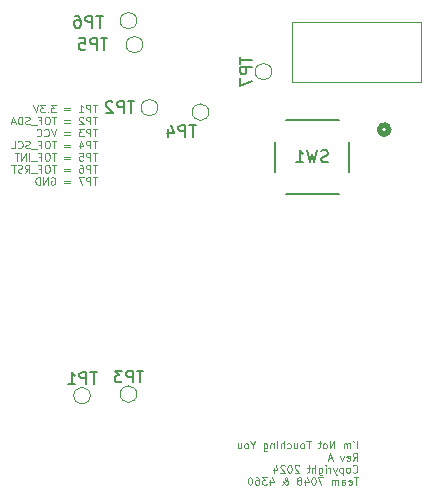
<source format=gbr>
%TF.GenerationSoftware,KiCad,Pcbnew,8.0.6-8.0.6-0~ubuntu24.04.1*%
%TF.CreationDate,2024-11-24T16:58:16-06:00*%
%TF.ProjectId,can_distance_sensor,63616e5f-6469-4737-9461-6e63655f7365,rev?*%
%TF.SameCoordinates,Original*%
%TF.FileFunction,Legend,Bot*%
%TF.FilePolarity,Positive*%
%FSLAX46Y46*%
G04 Gerber Fmt 4.6, Leading zero omitted, Abs format (unit mm)*
G04 Created by KiCad (PCBNEW 8.0.6-8.0.6-0~ubuntu24.04.1) date 2024-11-24 16:58:16*
%MOMM*%
%LPD*%
G01*
G04 APERTURE LIST*
%ADD10C,0.076200*%
%ADD11C,0.150000*%
%ADD12C,0.120000*%
%ADD13C,0.152400*%
%ADD14C,0.508000*%
G04 APERTURE END LIST*
D10*
X207951678Y-125121383D02*
X207951678Y-124486383D01*
X207619059Y-124486383D02*
X207679535Y-124607335D01*
X207346916Y-125121383D02*
X207346916Y-124698049D01*
X207346916Y-124758525D02*
X207316678Y-124728287D01*
X207316678Y-124728287D02*
X207256202Y-124698049D01*
X207256202Y-124698049D02*
X207165487Y-124698049D01*
X207165487Y-124698049D02*
X207105011Y-124728287D01*
X207105011Y-124728287D02*
X207074773Y-124788764D01*
X207074773Y-124788764D02*
X207074773Y-125121383D01*
X207074773Y-124788764D02*
X207044535Y-124728287D01*
X207044535Y-124728287D02*
X206984059Y-124698049D01*
X206984059Y-124698049D02*
X206893345Y-124698049D01*
X206893345Y-124698049D02*
X206832868Y-124728287D01*
X206832868Y-124728287D02*
X206802630Y-124788764D01*
X206802630Y-124788764D02*
X206802630Y-125121383D01*
X206016439Y-125121383D02*
X206016439Y-124486383D01*
X206016439Y-124486383D02*
X205653582Y-125121383D01*
X205653582Y-125121383D02*
X205653582Y-124486383D01*
X205260487Y-125121383D02*
X205320963Y-125091145D01*
X205320963Y-125091145D02*
X205351201Y-125060906D01*
X205351201Y-125060906D02*
X205381439Y-125000430D01*
X205381439Y-125000430D02*
X205381439Y-124819002D01*
X205381439Y-124819002D02*
X205351201Y-124758525D01*
X205351201Y-124758525D02*
X205320963Y-124728287D01*
X205320963Y-124728287D02*
X205260487Y-124698049D01*
X205260487Y-124698049D02*
X205169772Y-124698049D01*
X205169772Y-124698049D02*
X205109296Y-124728287D01*
X205109296Y-124728287D02*
X205079058Y-124758525D01*
X205079058Y-124758525D02*
X205048820Y-124819002D01*
X205048820Y-124819002D02*
X205048820Y-125000430D01*
X205048820Y-125000430D02*
X205079058Y-125060906D01*
X205079058Y-125060906D02*
X205109296Y-125091145D01*
X205109296Y-125091145D02*
X205169772Y-125121383D01*
X205169772Y-125121383D02*
X205260487Y-125121383D01*
X204867391Y-124698049D02*
X204625487Y-124698049D01*
X204776677Y-124486383D02*
X204776677Y-125030668D01*
X204776677Y-125030668D02*
X204746439Y-125091145D01*
X204746439Y-125091145D02*
X204685963Y-125121383D01*
X204685963Y-125121383D02*
X204625487Y-125121383D01*
X204020724Y-124486383D02*
X203657867Y-124486383D01*
X203839296Y-125121383D02*
X203839296Y-124486383D01*
X203355486Y-125121383D02*
X203415962Y-125091145D01*
X203415962Y-125091145D02*
X203446200Y-125060906D01*
X203446200Y-125060906D02*
X203476438Y-125000430D01*
X203476438Y-125000430D02*
X203476438Y-124819002D01*
X203476438Y-124819002D02*
X203446200Y-124758525D01*
X203446200Y-124758525D02*
X203415962Y-124728287D01*
X203415962Y-124728287D02*
X203355486Y-124698049D01*
X203355486Y-124698049D02*
X203264771Y-124698049D01*
X203264771Y-124698049D02*
X203204295Y-124728287D01*
X203204295Y-124728287D02*
X203174057Y-124758525D01*
X203174057Y-124758525D02*
X203143819Y-124819002D01*
X203143819Y-124819002D02*
X203143819Y-125000430D01*
X203143819Y-125000430D02*
X203174057Y-125060906D01*
X203174057Y-125060906D02*
X203204295Y-125091145D01*
X203204295Y-125091145D02*
X203264771Y-125121383D01*
X203264771Y-125121383D02*
X203355486Y-125121383D01*
X202599533Y-124698049D02*
X202599533Y-125121383D01*
X202871676Y-124698049D02*
X202871676Y-125030668D01*
X202871676Y-125030668D02*
X202841438Y-125091145D01*
X202841438Y-125091145D02*
X202780962Y-125121383D01*
X202780962Y-125121383D02*
X202690247Y-125121383D01*
X202690247Y-125121383D02*
X202629771Y-125091145D01*
X202629771Y-125091145D02*
X202599533Y-125060906D01*
X202025009Y-125091145D02*
X202085485Y-125121383D01*
X202085485Y-125121383D02*
X202206438Y-125121383D01*
X202206438Y-125121383D02*
X202266914Y-125091145D01*
X202266914Y-125091145D02*
X202297152Y-125060906D01*
X202297152Y-125060906D02*
X202327390Y-125000430D01*
X202327390Y-125000430D02*
X202327390Y-124819002D01*
X202327390Y-124819002D02*
X202297152Y-124758525D01*
X202297152Y-124758525D02*
X202266914Y-124728287D01*
X202266914Y-124728287D02*
X202206438Y-124698049D01*
X202206438Y-124698049D02*
X202085485Y-124698049D01*
X202085485Y-124698049D02*
X202025009Y-124728287D01*
X201752866Y-125121383D02*
X201752866Y-124486383D01*
X201480723Y-125121383D02*
X201480723Y-124788764D01*
X201480723Y-124788764D02*
X201510961Y-124728287D01*
X201510961Y-124728287D02*
X201571437Y-124698049D01*
X201571437Y-124698049D02*
X201662152Y-124698049D01*
X201662152Y-124698049D02*
X201722628Y-124728287D01*
X201722628Y-124728287D02*
X201752866Y-124758525D01*
X201178342Y-125121383D02*
X201178342Y-124698049D01*
X201178342Y-124486383D02*
X201208580Y-124516621D01*
X201208580Y-124516621D02*
X201178342Y-124546859D01*
X201178342Y-124546859D02*
X201148104Y-124516621D01*
X201148104Y-124516621D02*
X201178342Y-124486383D01*
X201178342Y-124486383D02*
X201178342Y-124546859D01*
X200875961Y-124698049D02*
X200875961Y-125121383D01*
X200875961Y-124758525D02*
X200845723Y-124728287D01*
X200845723Y-124728287D02*
X200785247Y-124698049D01*
X200785247Y-124698049D02*
X200694532Y-124698049D01*
X200694532Y-124698049D02*
X200634056Y-124728287D01*
X200634056Y-124728287D02*
X200603818Y-124788764D01*
X200603818Y-124788764D02*
X200603818Y-125121383D01*
X200029294Y-124698049D02*
X200029294Y-125212097D01*
X200029294Y-125212097D02*
X200059532Y-125272573D01*
X200059532Y-125272573D02*
X200089770Y-125302811D01*
X200089770Y-125302811D02*
X200150247Y-125333049D01*
X200150247Y-125333049D02*
X200240961Y-125333049D01*
X200240961Y-125333049D02*
X200301437Y-125302811D01*
X200029294Y-125091145D02*
X200089770Y-125121383D01*
X200089770Y-125121383D02*
X200210723Y-125121383D01*
X200210723Y-125121383D02*
X200271199Y-125091145D01*
X200271199Y-125091145D02*
X200301437Y-125060906D01*
X200301437Y-125060906D02*
X200331675Y-125000430D01*
X200331675Y-125000430D02*
X200331675Y-124819002D01*
X200331675Y-124819002D02*
X200301437Y-124758525D01*
X200301437Y-124758525D02*
X200271199Y-124728287D01*
X200271199Y-124728287D02*
X200210723Y-124698049D01*
X200210723Y-124698049D02*
X200089770Y-124698049D01*
X200089770Y-124698049D02*
X200029294Y-124728287D01*
X199122151Y-124819002D02*
X199122151Y-125121383D01*
X199333817Y-124486383D02*
X199122151Y-124819002D01*
X199122151Y-124819002D02*
X198910484Y-124486383D01*
X198608103Y-125121383D02*
X198668579Y-125091145D01*
X198668579Y-125091145D02*
X198698817Y-125060906D01*
X198698817Y-125060906D02*
X198729055Y-125000430D01*
X198729055Y-125000430D02*
X198729055Y-124819002D01*
X198729055Y-124819002D02*
X198698817Y-124758525D01*
X198698817Y-124758525D02*
X198668579Y-124728287D01*
X198668579Y-124728287D02*
X198608103Y-124698049D01*
X198608103Y-124698049D02*
X198517388Y-124698049D01*
X198517388Y-124698049D02*
X198456912Y-124728287D01*
X198456912Y-124728287D02*
X198426674Y-124758525D01*
X198426674Y-124758525D02*
X198396436Y-124819002D01*
X198396436Y-124819002D02*
X198396436Y-125000430D01*
X198396436Y-125000430D02*
X198426674Y-125060906D01*
X198426674Y-125060906D02*
X198456912Y-125091145D01*
X198456912Y-125091145D02*
X198517388Y-125121383D01*
X198517388Y-125121383D02*
X198608103Y-125121383D01*
X197852150Y-124698049D02*
X197852150Y-125121383D01*
X198124293Y-124698049D02*
X198124293Y-125030668D01*
X198124293Y-125030668D02*
X198094055Y-125091145D01*
X198094055Y-125091145D02*
X198033579Y-125121383D01*
X198033579Y-125121383D02*
X197942864Y-125121383D01*
X197942864Y-125121383D02*
X197882388Y-125091145D01*
X197882388Y-125091145D02*
X197852150Y-125060906D01*
X207588821Y-126143697D02*
X207800488Y-125841316D01*
X207951678Y-126143697D02*
X207951678Y-125508697D01*
X207951678Y-125508697D02*
X207709773Y-125508697D01*
X207709773Y-125508697D02*
X207649297Y-125538935D01*
X207649297Y-125538935D02*
X207619059Y-125569173D01*
X207619059Y-125569173D02*
X207588821Y-125629649D01*
X207588821Y-125629649D02*
X207588821Y-125720363D01*
X207588821Y-125720363D02*
X207619059Y-125780839D01*
X207619059Y-125780839D02*
X207649297Y-125811078D01*
X207649297Y-125811078D02*
X207709773Y-125841316D01*
X207709773Y-125841316D02*
X207951678Y-125841316D01*
X207074773Y-126113459D02*
X207135249Y-126143697D01*
X207135249Y-126143697D02*
X207256202Y-126143697D01*
X207256202Y-126143697D02*
X207316678Y-126113459D01*
X207316678Y-126113459D02*
X207346916Y-126052982D01*
X207346916Y-126052982D02*
X207346916Y-125811078D01*
X207346916Y-125811078D02*
X207316678Y-125750601D01*
X207316678Y-125750601D02*
X207256202Y-125720363D01*
X207256202Y-125720363D02*
X207135249Y-125720363D01*
X207135249Y-125720363D02*
X207074773Y-125750601D01*
X207074773Y-125750601D02*
X207044535Y-125811078D01*
X207044535Y-125811078D02*
X207044535Y-125871554D01*
X207044535Y-125871554D02*
X207346916Y-125932030D01*
X206832868Y-125720363D02*
X206681678Y-126143697D01*
X206681678Y-126143697D02*
X206530487Y-125720363D01*
X205835010Y-125962268D02*
X205532629Y-125962268D01*
X205895486Y-126143697D02*
X205683820Y-125508697D01*
X205683820Y-125508697D02*
X205472153Y-126143697D01*
X207588821Y-127105534D02*
X207619059Y-127135773D01*
X207619059Y-127135773D02*
X207709773Y-127166011D01*
X207709773Y-127166011D02*
X207770249Y-127166011D01*
X207770249Y-127166011D02*
X207860964Y-127135773D01*
X207860964Y-127135773D02*
X207921440Y-127075296D01*
X207921440Y-127075296D02*
X207951678Y-127014820D01*
X207951678Y-127014820D02*
X207981916Y-126893868D01*
X207981916Y-126893868D02*
X207981916Y-126803153D01*
X207981916Y-126803153D02*
X207951678Y-126682201D01*
X207951678Y-126682201D02*
X207921440Y-126621725D01*
X207921440Y-126621725D02*
X207860964Y-126561249D01*
X207860964Y-126561249D02*
X207770249Y-126531011D01*
X207770249Y-126531011D02*
X207709773Y-126531011D01*
X207709773Y-126531011D02*
X207619059Y-126561249D01*
X207619059Y-126561249D02*
X207588821Y-126591487D01*
X207225964Y-127166011D02*
X207286440Y-127135773D01*
X207286440Y-127135773D02*
X207316678Y-127105534D01*
X207316678Y-127105534D02*
X207346916Y-127045058D01*
X207346916Y-127045058D02*
X207346916Y-126863630D01*
X207346916Y-126863630D02*
X207316678Y-126803153D01*
X207316678Y-126803153D02*
X207286440Y-126772915D01*
X207286440Y-126772915D02*
X207225964Y-126742677D01*
X207225964Y-126742677D02*
X207135249Y-126742677D01*
X207135249Y-126742677D02*
X207074773Y-126772915D01*
X207074773Y-126772915D02*
X207044535Y-126803153D01*
X207044535Y-126803153D02*
X207014297Y-126863630D01*
X207014297Y-126863630D02*
X207014297Y-127045058D01*
X207014297Y-127045058D02*
X207044535Y-127105534D01*
X207044535Y-127105534D02*
X207074773Y-127135773D01*
X207074773Y-127135773D02*
X207135249Y-127166011D01*
X207135249Y-127166011D02*
X207225964Y-127166011D01*
X206742154Y-126742677D02*
X206742154Y-127377677D01*
X206742154Y-126772915D02*
X206681678Y-126742677D01*
X206681678Y-126742677D02*
X206560725Y-126742677D01*
X206560725Y-126742677D02*
X206500249Y-126772915D01*
X206500249Y-126772915D02*
X206470011Y-126803153D01*
X206470011Y-126803153D02*
X206439773Y-126863630D01*
X206439773Y-126863630D02*
X206439773Y-127045058D01*
X206439773Y-127045058D02*
X206470011Y-127105534D01*
X206470011Y-127105534D02*
X206500249Y-127135773D01*
X206500249Y-127135773D02*
X206560725Y-127166011D01*
X206560725Y-127166011D02*
X206681678Y-127166011D01*
X206681678Y-127166011D02*
X206742154Y-127135773D01*
X206228106Y-126742677D02*
X206076916Y-127166011D01*
X205925725Y-126742677D02*
X206076916Y-127166011D01*
X206076916Y-127166011D02*
X206137392Y-127317201D01*
X206137392Y-127317201D02*
X206167630Y-127347439D01*
X206167630Y-127347439D02*
X206228106Y-127377677D01*
X205683820Y-127166011D02*
X205683820Y-126742677D01*
X205683820Y-126863630D02*
X205653582Y-126803153D01*
X205653582Y-126803153D02*
X205623344Y-126772915D01*
X205623344Y-126772915D02*
X205562868Y-126742677D01*
X205562868Y-126742677D02*
X205502391Y-126742677D01*
X205290725Y-127166011D02*
X205290725Y-126742677D01*
X205290725Y-126531011D02*
X205320963Y-126561249D01*
X205320963Y-126561249D02*
X205290725Y-126591487D01*
X205290725Y-126591487D02*
X205260487Y-126561249D01*
X205260487Y-126561249D02*
X205290725Y-126531011D01*
X205290725Y-126531011D02*
X205290725Y-126591487D01*
X204716201Y-126742677D02*
X204716201Y-127256725D01*
X204716201Y-127256725D02*
X204746439Y-127317201D01*
X204746439Y-127317201D02*
X204776677Y-127347439D01*
X204776677Y-127347439D02*
X204837154Y-127377677D01*
X204837154Y-127377677D02*
X204927868Y-127377677D01*
X204927868Y-127377677D02*
X204988344Y-127347439D01*
X204716201Y-127135773D02*
X204776677Y-127166011D01*
X204776677Y-127166011D02*
X204897630Y-127166011D01*
X204897630Y-127166011D02*
X204958106Y-127135773D01*
X204958106Y-127135773D02*
X204988344Y-127105534D01*
X204988344Y-127105534D02*
X205018582Y-127045058D01*
X205018582Y-127045058D02*
X205018582Y-126863630D01*
X205018582Y-126863630D02*
X204988344Y-126803153D01*
X204988344Y-126803153D02*
X204958106Y-126772915D01*
X204958106Y-126772915D02*
X204897630Y-126742677D01*
X204897630Y-126742677D02*
X204776677Y-126742677D01*
X204776677Y-126742677D02*
X204716201Y-126772915D01*
X204413820Y-127166011D02*
X204413820Y-126531011D01*
X204141677Y-127166011D02*
X204141677Y-126833392D01*
X204141677Y-126833392D02*
X204171915Y-126772915D01*
X204171915Y-126772915D02*
X204232391Y-126742677D01*
X204232391Y-126742677D02*
X204323106Y-126742677D01*
X204323106Y-126742677D02*
X204383582Y-126772915D01*
X204383582Y-126772915D02*
X204413820Y-126803153D01*
X203930010Y-126742677D02*
X203688106Y-126742677D01*
X203839296Y-126531011D02*
X203839296Y-127075296D01*
X203839296Y-127075296D02*
X203809058Y-127135773D01*
X203809058Y-127135773D02*
X203748582Y-127166011D01*
X203748582Y-127166011D02*
X203688106Y-127166011D01*
X203022867Y-126591487D02*
X202992629Y-126561249D01*
X202992629Y-126561249D02*
X202932153Y-126531011D01*
X202932153Y-126531011D02*
X202780962Y-126531011D01*
X202780962Y-126531011D02*
X202720486Y-126561249D01*
X202720486Y-126561249D02*
X202690248Y-126591487D01*
X202690248Y-126591487D02*
X202660010Y-126651963D01*
X202660010Y-126651963D02*
X202660010Y-126712439D01*
X202660010Y-126712439D02*
X202690248Y-126803153D01*
X202690248Y-126803153D02*
X203053105Y-127166011D01*
X203053105Y-127166011D02*
X202660010Y-127166011D01*
X202266915Y-126531011D02*
X202206438Y-126531011D01*
X202206438Y-126531011D02*
X202145962Y-126561249D01*
X202145962Y-126561249D02*
X202115724Y-126591487D01*
X202115724Y-126591487D02*
X202085486Y-126651963D01*
X202085486Y-126651963D02*
X202055248Y-126772915D01*
X202055248Y-126772915D02*
X202055248Y-126924106D01*
X202055248Y-126924106D02*
X202085486Y-127045058D01*
X202085486Y-127045058D02*
X202115724Y-127105534D01*
X202115724Y-127105534D02*
X202145962Y-127135773D01*
X202145962Y-127135773D02*
X202206438Y-127166011D01*
X202206438Y-127166011D02*
X202266915Y-127166011D01*
X202266915Y-127166011D02*
X202327391Y-127135773D01*
X202327391Y-127135773D02*
X202357629Y-127105534D01*
X202357629Y-127105534D02*
X202387867Y-127045058D01*
X202387867Y-127045058D02*
X202418105Y-126924106D01*
X202418105Y-126924106D02*
X202418105Y-126772915D01*
X202418105Y-126772915D02*
X202387867Y-126651963D01*
X202387867Y-126651963D02*
X202357629Y-126591487D01*
X202357629Y-126591487D02*
X202327391Y-126561249D01*
X202327391Y-126561249D02*
X202266915Y-126531011D01*
X201813343Y-126591487D02*
X201783105Y-126561249D01*
X201783105Y-126561249D02*
X201722629Y-126531011D01*
X201722629Y-126531011D02*
X201571438Y-126531011D01*
X201571438Y-126531011D02*
X201510962Y-126561249D01*
X201510962Y-126561249D02*
X201480724Y-126591487D01*
X201480724Y-126591487D02*
X201450486Y-126651963D01*
X201450486Y-126651963D02*
X201450486Y-126712439D01*
X201450486Y-126712439D02*
X201480724Y-126803153D01*
X201480724Y-126803153D02*
X201843581Y-127166011D01*
X201843581Y-127166011D02*
X201450486Y-127166011D01*
X200906200Y-126742677D02*
X200906200Y-127166011D01*
X201057391Y-126500773D02*
X201208581Y-126954344D01*
X201208581Y-126954344D02*
X200815486Y-126954344D01*
X208042392Y-127553325D02*
X207679535Y-127553325D01*
X207860964Y-128188325D02*
X207860964Y-127553325D01*
X207225963Y-128158087D02*
X207286439Y-128188325D01*
X207286439Y-128188325D02*
X207407392Y-128188325D01*
X207407392Y-128188325D02*
X207467868Y-128158087D01*
X207467868Y-128158087D02*
X207498106Y-128097610D01*
X207498106Y-128097610D02*
X207498106Y-127855706D01*
X207498106Y-127855706D02*
X207467868Y-127795229D01*
X207467868Y-127795229D02*
X207407392Y-127764991D01*
X207407392Y-127764991D02*
X207286439Y-127764991D01*
X207286439Y-127764991D02*
X207225963Y-127795229D01*
X207225963Y-127795229D02*
X207195725Y-127855706D01*
X207195725Y-127855706D02*
X207195725Y-127916182D01*
X207195725Y-127916182D02*
X207498106Y-127976658D01*
X206651439Y-128188325D02*
X206651439Y-127855706D01*
X206651439Y-127855706D02*
X206681677Y-127795229D01*
X206681677Y-127795229D02*
X206742153Y-127764991D01*
X206742153Y-127764991D02*
X206863106Y-127764991D01*
X206863106Y-127764991D02*
X206923582Y-127795229D01*
X206651439Y-128158087D02*
X206711915Y-128188325D01*
X206711915Y-128188325D02*
X206863106Y-128188325D01*
X206863106Y-128188325D02*
X206923582Y-128158087D01*
X206923582Y-128158087D02*
X206953820Y-128097610D01*
X206953820Y-128097610D02*
X206953820Y-128037134D01*
X206953820Y-128037134D02*
X206923582Y-127976658D01*
X206923582Y-127976658D02*
X206863106Y-127946420D01*
X206863106Y-127946420D02*
X206711915Y-127946420D01*
X206711915Y-127946420D02*
X206651439Y-127916182D01*
X206349058Y-128188325D02*
X206349058Y-127764991D01*
X206349058Y-127825467D02*
X206318820Y-127795229D01*
X206318820Y-127795229D02*
X206258344Y-127764991D01*
X206258344Y-127764991D02*
X206167629Y-127764991D01*
X206167629Y-127764991D02*
X206107153Y-127795229D01*
X206107153Y-127795229D02*
X206076915Y-127855706D01*
X206076915Y-127855706D02*
X206076915Y-128188325D01*
X206076915Y-127855706D02*
X206046677Y-127795229D01*
X206046677Y-127795229D02*
X205986201Y-127764991D01*
X205986201Y-127764991D02*
X205895487Y-127764991D01*
X205895487Y-127764991D02*
X205835010Y-127795229D01*
X205835010Y-127795229D02*
X205804772Y-127855706D01*
X205804772Y-127855706D02*
X205804772Y-128188325D01*
X205079057Y-127553325D02*
X204655724Y-127553325D01*
X204655724Y-127553325D02*
X204927867Y-128188325D01*
X204292867Y-127553325D02*
X204232390Y-127553325D01*
X204232390Y-127553325D02*
X204171914Y-127583563D01*
X204171914Y-127583563D02*
X204141676Y-127613801D01*
X204141676Y-127613801D02*
X204111438Y-127674277D01*
X204111438Y-127674277D02*
X204081200Y-127795229D01*
X204081200Y-127795229D02*
X204081200Y-127946420D01*
X204081200Y-127946420D02*
X204111438Y-128067372D01*
X204111438Y-128067372D02*
X204141676Y-128127848D01*
X204141676Y-128127848D02*
X204171914Y-128158087D01*
X204171914Y-128158087D02*
X204232390Y-128188325D01*
X204232390Y-128188325D02*
X204292867Y-128188325D01*
X204292867Y-128188325D02*
X204353343Y-128158087D01*
X204353343Y-128158087D02*
X204383581Y-128127848D01*
X204383581Y-128127848D02*
X204413819Y-128067372D01*
X204413819Y-128067372D02*
X204444057Y-127946420D01*
X204444057Y-127946420D02*
X204444057Y-127795229D01*
X204444057Y-127795229D02*
X204413819Y-127674277D01*
X204413819Y-127674277D02*
X204383581Y-127613801D01*
X204383581Y-127613801D02*
X204353343Y-127583563D01*
X204353343Y-127583563D02*
X204292867Y-127553325D01*
X203536914Y-127764991D02*
X203536914Y-128188325D01*
X203688105Y-127523087D02*
X203839295Y-127976658D01*
X203839295Y-127976658D02*
X203446200Y-127976658D01*
X203113581Y-127825467D02*
X203174057Y-127795229D01*
X203174057Y-127795229D02*
X203204295Y-127764991D01*
X203204295Y-127764991D02*
X203234533Y-127704515D01*
X203234533Y-127704515D02*
X203234533Y-127674277D01*
X203234533Y-127674277D02*
X203204295Y-127613801D01*
X203204295Y-127613801D02*
X203174057Y-127583563D01*
X203174057Y-127583563D02*
X203113581Y-127553325D01*
X203113581Y-127553325D02*
X202992628Y-127553325D01*
X202992628Y-127553325D02*
X202932152Y-127583563D01*
X202932152Y-127583563D02*
X202901914Y-127613801D01*
X202901914Y-127613801D02*
X202871676Y-127674277D01*
X202871676Y-127674277D02*
X202871676Y-127704515D01*
X202871676Y-127704515D02*
X202901914Y-127764991D01*
X202901914Y-127764991D02*
X202932152Y-127795229D01*
X202932152Y-127795229D02*
X202992628Y-127825467D01*
X202992628Y-127825467D02*
X203113581Y-127825467D01*
X203113581Y-127825467D02*
X203174057Y-127855706D01*
X203174057Y-127855706D02*
X203204295Y-127885944D01*
X203204295Y-127885944D02*
X203234533Y-127946420D01*
X203234533Y-127946420D02*
X203234533Y-128067372D01*
X203234533Y-128067372D02*
X203204295Y-128127848D01*
X203204295Y-128127848D02*
X203174057Y-128158087D01*
X203174057Y-128158087D02*
X203113581Y-128188325D01*
X203113581Y-128188325D02*
X202992628Y-128188325D01*
X202992628Y-128188325D02*
X202932152Y-128158087D01*
X202932152Y-128158087D02*
X202901914Y-128127848D01*
X202901914Y-128127848D02*
X202871676Y-128067372D01*
X202871676Y-128067372D02*
X202871676Y-127946420D01*
X202871676Y-127946420D02*
X202901914Y-127885944D01*
X202901914Y-127885944D02*
X202932152Y-127855706D01*
X202932152Y-127855706D02*
X202992628Y-127825467D01*
X201601675Y-128188325D02*
X201631914Y-128188325D01*
X201631914Y-128188325D02*
X201692390Y-128158087D01*
X201692390Y-128158087D02*
X201783104Y-128067372D01*
X201783104Y-128067372D02*
X201934294Y-127885944D01*
X201934294Y-127885944D02*
X201994771Y-127795229D01*
X201994771Y-127795229D02*
X202025009Y-127704515D01*
X202025009Y-127704515D02*
X202025009Y-127644039D01*
X202025009Y-127644039D02*
X201994771Y-127583563D01*
X201994771Y-127583563D02*
X201934294Y-127553325D01*
X201934294Y-127553325D02*
X201904056Y-127553325D01*
X201904056Y-127553325D02*
X201843580Y-127583563D01*
X201843580Y-127583563D02*
X201813342Y-127644039D01*
X201813342Y-127644039D02*
X201813342Y-127674277D01*
X201813342Y-127674277D02*
X201843580Y-127734753D01*
X201843580Y-127734753D02*
X201873818Y-127764991D01*
X201873818Y-127764991D02*
X202055247Y-127885944D01*
X202055247Y-127885944D02*
X202085485Y-127916182D01*
X202085485Y-127916182D02*
X202115723Y-127976658D01*
X202115723Y-127976658D02*
X202115723Y-128067372D01*
X202115723Y-128067372D02*
X202085485Y-128127848D01*
X202085485Y-128127848D02*
X202055247Y-128158087D01*
X202055247Y-128158087D02*
X201994771Y-128188325D01*
X201994771Y-128188325D02*
X201904056Y-128188325D01*
X201904056Y-128188325D02*
X201843580Y-128158087D01*
X201843580Y-128158087D02*
X201813342Y-128127848D01*
X201813342Y-128127848D02*
X201722628Y-128006896D01*
X201722628Y-128006896D02*
X201692390Y-127916182D01*
X201692390Y-127916182D02*
X201692390Y-127855706D01*
X200573580Y-127764991D02*
X200573580Y-128188325D01*
X200724771Y-127523087D02*
X200875961Y-127976658D01*
X200875961Y-127976658D02*
X200482866Y-127976658D01*
X200301437Y-127553325D02*
X199908342Y-127553325D01*
X199908342Y-127553325D02*
X200120009Y-127795229D01*
X200120009Y-127795229D02*
X200029294Y-127795229D01*
X200029294Y-127795229D02*
X199968818Y-127825467D01*
X199968818Y-127825467D02*
X199938580Y-127855706D01*
X199938580Y-127855706D02*
X199908342Y-127916182D01*
X199908342Y-127916182D02*
X199908342Y-128067372D01*
X199908342Y-128067372D02*
X199938580Y-128127848D01*
X199938580Y-128127848D02*
X199968818Y-128158087D01*
X199968818Y-128158087D02*
X200029294Y-128188325D01*
X200029294Y-128188325D02*
X200210723Y-128188325D01*
X200210723Y-128188325D02*
X200271199Y-128158087D01*
X200271199Y-128158087D02*
X200301437Y-128127848D01*
X199364056Y-127553325D02*
X199485009Y-127553325D01*
X199485009Y-127553325D02*
X199545485Y-127583563D01*
X199545485Y-127583563D02*
X199575723Y-127613801D01*
X199575723Y-127613801D02*
X199636199Y-127704515D01*
X199636199Y-127704515D02*
X199666437Y-127825467D01*
X199666437Y-127825467D02*
X199666437Y-128067372D01*
X199666437Y-128067372D02*
X199636199Y-128127848D01*
X199636199Y-128127848D02*
X199605961Y-128158087D01*
X199605961Y-128158087D02*
X199545485Y-128188325D01*
X199545485Y-128188325D02*
X199424532Y-128188325D01*
X199424532Y-128188325D02*
X199364056Y-128158087D01*
X199364056Y-128158087D02*
X199333818Y-128127848D01*
X199333818Y-128127848D02*
X199303580Y-128067372D01*
X199303580Y-128067372D02*
X199303580Y-127916182D01*
X199303580Y-127916182D02*
X199333818Y-127855706D01*
X199333818Y-127855706D02*
X199364056Y-127825467D01*
X199364056Y-127825467D02*
X199424532Y-127795229D01*
X199424532Y-127795229D02*
X199545485Y-127795229D01*
X199545485Y-127795229D02*
X199605961Y-127825467D01*
X199605961Y-127825467D02*
X199636199Y-127855706D01*
X199636199Y-127855706D02*
X199666437Y-127916182D01*
X198910485Y-127553325D02*
X198850008Y-127553325D01*
X198850008Y-127553325D02*
X198789532Y-127583563D01*
X198789532Y-127583563D02*
X198759294Y-127613801D01*
X198759294Y-127613801D02*
X198729056Y-127674277D01*
X198729056Y-127674277D02*
X198698818Y-127795229D01*
X198698818Y-127795229D02*
X198698818Y-127946420D01*
X198698818Y-127946420D02*
X198729056Y-128067372D01*
X198729056Y-128067372D02*
X198759294Y-128127848D01*
X198759294Y-128127848D02*
X198789532Y-128158087D01*
X198789532Y-128158087D02*
X198850008Y-128188325D01*
X198850008Y-128188325D02*
X198910485Y-128188325D01*
X198910485Y-128188325D02*
X198970961Y-128158087D01*
X198970961Y-128158087D02*
X199001199Y-128127848D01*
X199001199Y-128127848D02*
X199031437Y-128067372D01*
X199031437Y-128067372D02*
X199061675Y-127946420D01*
X199061675Y-127946420D02*
X199061675Y-127795229D01*
X199061675Y-127795229D02*
X199031437Y-127674277D01*
X199031437Y-127674277D02*
X199001199Y-127613801D01*
X199001199Y-127613801D02*
X198970961Y-127583563D01*
X198970961Y-127583563D02*
X198910485Y-127553325D01*
X185944392Y-96019441D02*
X185581535Y-96019441D01*
X185762964Y-96654441D02*
X185762964Y-96019441D01*
X185369868Y-96654441D02*
X185369868Y-96019441D01*
X185369868Y-96019441D02*
X185127963Y-96019441D01*
X185127963Y-96019441D02*
X185067487Y-96049679D01*
X185067487Y-96049679D02*
X185037249Y-96079917D01*
X185037249Y-96079917D02*
X185007011Y-96140393D01*
X185007011Y-96140393D02*
X185007011Y-96231107D01*
X185007011Y-96231107D02*
X185037249Y-96291583D01*
X185037249Y-96291583D02*
X185067487Y-96321822D01*
X185067487Y-96321822D02*
X185127963Y-96352060D01*
X185127963Y-96352060D02*
X185369868Y-96352060D01*
X184402249Y-96654441D02*
X184765106Y-96654441D01*
X184583678Y-96654441D02*
X184583678Y-96019441D01*
X184583678Y-96019441D02*
X184644154Y-96110155D01*
X184644154Y-96110155D02*
X184704630Y-96170631D01*
X184704630Y-96170631D02*
X184765106Y-96200869D01*
X183646296Y-96321822D02*
X183162487Y-96321822D01*
X183162487Y-96503250D02*
X183646296Y-96503250D01*
X182436772Y-96019441D02*
X182043677Y-96019441D01*
X182043677Y-96019441D02*
X182255344Y-96261345D01*
X182255344Y-96261345D02*
X182164629Y-96261345D01*
X182164629Y-96261345D02*
X182104153Y-96291583D01*
X182104153Y-96291583D02*
X182073915Y-96321822D01*
X182073915Y-96321822D02*
X182043677Y-96382298D01*
X182043677Y-96382298D02*
X182043677Y-96533488D01*
X182043677Y-96533488D02*
X182073915Y-96593964D01*
X182073915Y-96593964D02*
X182104153Y-96624203D01*
X182104153Y-96624203D02*
X182164629Y-96654441D01*
X182164629Y-96654441D02*
X182346058Y-96654441D01*
X182346058Y-96654441D02*
X182406534Y-96624203D01*
X182406534Y-96624203D02*
X182436772Y-96593964D01*
X181771534Y-96593964D02*
X181741296Y-96624203D01*
X181741296Y-96624203D02*
X181771534Y-96654441D01*
X181771534Y-96654441D02*
X181801772Y-96624203D01*
X181801772Y-96624203D02*
X181771534Y-96593964D01*
X181771534Y-96593964D02*
X181771534Y-96654441D01*
X181529629Y-96019441D02*
X181136534Y-96019441D01*
X181136534Y-96019441D02*
X181348201Y-96261345D01*
X181348201Y-96261345D02*
X181257486Y-96261345D01*
X181257486Y-96261345D02*
X181197010Y-96291583D01*
X181197010Y-96291583D02*
X181166772Y-96321822D01*
X181166772Y-96321822D02*
X181136534Y-96382298D01*
X181136534Y-96382298D02*
X181136534Y-96533488D01*
X181136534Y-96533488D02*
X181166772Y-96593964D01*
X181166772Y-96593964D02*
X181197010Y-96624203D01*
X181197010Y-96624203D02*
X181257486Y-96654441D01*
X181257486Y-96654441D02*
X181438915Y-96654441D01*
X181438915Y-96654441D02*
X181499391Y-96624203D01*
X181499391Y-96624203D02*
X181529629Y-96593964D01*
X180955105Y-96019441D02*
X180743439Y-96654441D01*
X180743439Y-96654441D02*
X180531772Y-96019441D01*
X185944392Y-97041755D02*
X185581535Y-97041755D01*
X185762964Y-97676755D02*
X185762964Y-97041755D01*
X185369868Y-97676755D02*
X185369868Y-97041755D01*
X185369868Y-97041755D02*
X185127963Y-97041755D01*
X185127963Y-97041755D02*
X185067487Y-97071993D01*
X185067487Y-97071993D02*
X185037249Y-97102231D01*
X185037249Y-97102231D02*
X185007011Y-97162707D01*
X185007011Y-97162707D02*
X185007011Y-97253421D01*
X185007011Y-97253421D02*
X185037249Y-97313897D01*
X185037249Y-97313897D02*
X185067487Y-97344136D01*
X185067487Y-97344136D02*
X185127963Y-97374374D01*
X185127963Y-97374374D02*
X185369868Y-97374374D01*
X184765106Y-97102231D02*
X184734868Y-97071993D01*
X184734868Y-97071993D02*
X184674392Y-97041755D01*
X184674392Y-97041755D02*
X184523201Y-97041755D01*
X184523201Y-97041755D02*
X184462725Y-97071993D01*
X184462725Y-97071993D02*
X184432487Y-97102231D01*
X184432487Y-97102231D02*
X184402249Y-97162707D01*
X184402249Y-97162707D02*
X184402249Y-97223183D01*
X184402249Y-97223183D02*
X184432487Y-97313897D01*
X184432487Y-97313897D02*
X184795344Y-97676755D01*
X184795344Y-97676755D02*
X184402249Y-97676755D01*
X183646296Y-97344136D02*
X183162487Y-97344136D01*
X183162487Y-97525564D02*
X183646296Y-97525564D01*
X182467010Y-97041755D02*
X182104153Y-97041755D01*
X182285582Y-97676755D02*
X182285582Y-97041755D01*
X181771534Y-97041755D02*
X181650581Y-97041755D01*
X181650581Y-97041755D02*
X181590105Y-97071993D01*
X181590105Y-97071993D02*
X181529629Y-97132469D01*
X181529629Y-97132469D02*
X181499391Y-97253421D01*
X181499391Y-97253421D02*
X181499391Y-97465088D01*
X181499391Y-97465088D02*
X181529629Y-97586040D01*
X181529629Y-97586040D02*
X181590105Y-97646517D01*
X181590105Y-97646517D02*
X181650581Y-97676755D01*
X181650581Y-97676755D02*
X181771534Y-97676755D01*
X181771534Y-97676755D02*
X181832010Y-97646517D01*
X181832010Y-97646517D02*
X181892486Y-97586040D01*
X181892486Y-97586040D02*
X181922724Y-97465088D01*
X181922724Y-97465088D02*
X181922724Y-97253421D01*
X181922724Y-97253421D02*
X181892486Y-97132469D01*
X181892486Y-97132469D02*
X181832010Y-97071993D01*
X181832010Y-97071993D02*
X181771534Y-97041755D01*
X181015581Y-97344136D02*
X181227248Y-97344136D01*
X181227248Y-97676755D02*
X181227248Y-97041755D01*
X181227248Y-97041755D02*
X180924867Y-97041755D01*
X180834153Y-97737231D02*
X180350343Y-97737231D01*
X180229390Y-97646517D02*
X180138676Y-97676755D01*
X180138676Y-97676755D02*
X179987485Y-97676755D01*
X179987485Y-97676755D02*
X179927009Y-97646517D01*
X179927009Y-97646517D02*
X179896771Y-97616278D01*
X179896771Y-97616278D02*
X179866533Y-97555802D01*
X179866533Y-97555802D02*
X179866533Y-97495326D01*
X179866533Y-97495326D02*
X179896771Y-97434850D01*
X179896771Y-97434850D02*
X179927009Y-97404612D01*
X179927009Y-97404612D02*
X179987485Y-97374374D01*
X179987485Y-97374374D02*
X180108438Y-97344136D01*
X180108438Y-97344136D02*
X180168914Y-97313897D01*
X180168914Y-97313897D02*
X180199152Y-97283659D01*
X180199152Y-97283659D02*
X180229390Y-97223183D01*
X180229390Y-97223183D02*
X180229390Y-97162707D01*
X180229390Y-97162707D02*
X180199152Y-97102231D01*
X180199152Y-97102231D02*
X180168914Y-97071993D01*
X180168914Y-97071993D02*
X180108438Y-97041755D01*
X180108438Y-97041755D02*
X179957247Y-97041755D01*
X179957247Y-97041755D02*
X179866533Y-97071993D01*
X179594390Y-97676755D02*
X179594390Y-97041755D01*
X179594390Y-97041755D02*
X179443200Y-97041755D01*
X179443200Y-97041755D02*
X179352485Y-97071993D01*
X179352485Y-97071993D02*
X179292009Y-97132469D01*
X179292009Y-97132469D02*
X179261771Y-97192945D01*
X179261771Y-97192945D02*
X179231533Y-97313897D01*
X179231533Y-97313897D02*
X179231533Y-97404612D01*
X179231533Y-97404612D02*
X179261771Y-97525564D01*
X179261771Y-97525564D02*
X179292009Y-97586040D01*
X179292009Y-97586040D02*
X179352485Y-97646517D01*
X179352485Y-97646517D02*
X179443200Y-97676755D01*
X179443200Y-97676755D02*
X179594390Y-97676755D01*
X178989628Y-97495326D02*
X178687247Y-97495326D01*
X179050104Y-97676755D02*
X178838438Y-97041755D01*
X178838438Y-97041755D02*
X178626771Y-97676755D01*
X185944392Y-98064069D02*
X185581535Y-98064069D01*
X185762964Y-98699069D02*
X185762964Y-98064069D01*
X185369868Y-98699069D02*
X185369868Y-98064069D01*
X185369868Y-98064069D02*
X185127963Y-98064069D01*
X185127963Y-98064069D02*
X185067487Y-98094307D01*
X185067487Y-98094307D02*
X185037249Y-98124545D01*
X185037249Y-98124545D02*
X185007011Y-98185021D01*
X185007011Y-98185021D02*
X185007011Y-98275735D01*
X185007011Y-98275735D02*
X185037249Y-98336211D01*
X185037249Y-98336211D02*
X185067487Y-98366450D01*
X185067487Y-98366450D02*
X185127963Y-98396688D01*
X185127963Y-98396688D02*
X185369868Y-98396688D01*
X184795344Y-98064069D02*
X184402249Y-98064069D01*
X184402249Y-98064069D02*
X184613916Y-98305973D01*
X184613916Y-98305973D02*
X184523201Y-98305973D01*
X184523201Y-98305973D02*
X184462725Y-98336211D01*
X184462725Y-98336211D02*
X184432487Y-98366450D01*
X184432487Y-98366450D02*
X184402249Y-98426926D01*
X184402249Y-98426926D02*
X184402249Y-98578116D01*
X184402249Y-98578116D02*
X184432487Y-98638592D01*
X184432487Y-98638592D02*
X184462725Y-98668831D01*
X184462725Y-98668831D02*
X184523201Y-98699069D01*
X184523201Y-98699069D02*
X184704630Y-98699069D01*
X184704630Y-98699069D02*
X184765106Y-98668831D01*
X184765106Y-98668831D02*
X184795344Y-98638592D01*
X183646296Y-98366450D02*
X183162487Y-98366450D01*
X183162487Y-98547878D02*
X183646296Y-98547878D01*
X182467010Y-98064069D02*
X182255344Y-98699069D01*
X182255344Y-98699069D02*
X182043677Y-98064069D01*
X181469153Y-98638592D02*
X181499391Y-98668831D01*
X181499391Y-98668831D02*
X181590105Y-98699069D01*
X181590105Y-98699069D02*
X181650581Y-98699069D01*
X181650581Y-98699069D02*
X181741296Y-98668831D01*
X181741296Y-98668831D02*
X181801772Y-98608354D01*
X181801772Y-98608354D02*
X181832010Y-98547878D01*
X181832010Y-98547878D02*
X181862248Y-98426926D01*
X181862248Y-98426926D02*
X181862248Y-98336211D01*
X181862248Y-98336211D02*
X181832010Y-98215259D01*
X181832010Y-98215259D02*
X181801772Y-98154783D01*
X181801772Y-98154783D02*
X181741296Y-98094307D01*
X181741296Y-98094307D02*
X181650581Y-98064069D01*
X181650581Y-98064069D02*
X181590105Y-98064069D01*
X181590105Y-98064069D02*
X181499391Y-98094307D01*
X181499391Y-98094307D02*
X181469153Y-98124545D01*
X180834153Y-98638592D02*
X180864391Y-98668831D01*
X180864391Y-98668831D02*
X180955105Y-98699069D01*
X180955105Y-98699069D02*
X181015581Y-98699069D01*
X181015581Y-98699069D02*
X181106296Y-98668831D01*
X181106296Y-98668831D02*
X181166772Y-98608354D01*
X181166772Y-98608354D02*
X181197010Y-98547878D01*
X181197010Y-98547878D02*
X181227248Y-98426926D01*
X181227248Y-98426926D02*
X181227248Y-98336211D01*
X181227248Y-98336211D02*
X181197010Y-98215259D01*
X181197010Y-98215259D02*
X181166772Y-98154783D01*
X181166772Y-98154783D02*
X181106296Y-98094307D01*
X181106296Y-98094307D02*
X181015581Y-98064069D01*
X181015581Y-98064069D02*
X180955105Y-98064069D01*
X180955105Y-98064069D02*
X180864391Y-98094307D01*
X180864391Y-98094307D02*
X180834153Y-98124545D01*
X185944392Y-99086383D02*
X185581535Y-99086383D01*
X185762964Y-99721383D02*
X185762964Y-99086383D01*
X185369868Y-99721383D02*
X185369868Y-99086383D01*
X185369868Y-99086383D02*
X185127963Y-99086383D01*
X185127963Y-99086383D02*
X185067487Y-99116621D01*
X185067487Y-99116621D02*
X185037249Y-99146859D01*
X185037249Y-99146859D02*
X185007011Y-99207335D01*
X185007011Y-99207335D02*
X185007011Y-99298049D01*
X185007011Y-99298049D02*
X185037249Y-99358525D01*
X185037249Y-99358525D02*
X185067487Y-99388764D01*
X185067487Y-99388764D02*
X185127963Y-99419002D01*
X185127963Y-99419002D02*
X185369868Y-99419002D01*
X184462725Y-99298049D02*
X184462725Y-99721383D01*
X184613916Y-99056145D02*
X184765106Y-99509716D01*
X184765106Y-99509716D02*
X184372011Y-99509716D01*
X183646296Y-99388764D02*
X183162487Y-99388764D01*
X183162487Y-99570192D02*
X183646296Y-99570192D01*
X182467010Y-99086383D02*
X182104153Y-99086383D01*
X182285582Y-99721383D02*
X182285582Y-99086383D01*
X181771534Y-99086383D02*
X181650581Y-99086383D01*
X181650581Y-99086383D02*
X181590105Y-99116621D01*
X181590105Y-99116621D02*
X181529629Y-99177097D01*
X181529629Y-99177097D02*
X181499391Y-99298049D01*
X181499391Y-99298049D02*
X181499391Y-99509716D01*
X181499391Y-99509716D02*
X181529629Y-99630668D01*
X181529629Y-99630668D02*
X181590105Y-99691145D01*
X181590105Y-99691145D02*
X181650581Y-99721383D01*
X181650581Y-99721383D02*
X181771534Y-99721383D01*
X181771534Y-99721383D02*
X181832010Y-99691145D01*
X181832010Y-99691145D02*
X181892486Y-99630668D01*
X181892486Y-99630668D02*
X181922724Y-99509716D01*
X181922724Y-99509716D02*
X181922724Y-99298049D01*
X181922724Y-99298049D02*
X181892486Y-99177097D01*
X181892486Y-99177097D02*
X181832010Y-99116621D01*
X181832010Y-99116621D02*
X181771534Y-99086383D01*
X181015581Y-99388764D02*
X181227248Y-99388764D01*
X181227248Y-99721383D02*
X181227248Y-99086383D01*
X181227248Y-99086383D02*
X180924867Y-99086383D01*
X180834153Y-99781859D02*
X180350343Y-99781859D01*
X180229390Y-99691145D02*
X180138676Y-99721383D01*
X180138676Y-99721383D02*
X179987485Y-99721383D01*
X179987485Y-99721383D02*
X179927009Y-99691145D01*
X179927009Y-99691145D02*
X179896771Y-99660906D01*
X179896771Y-99660906D02*
X179866533Y-99600430D01*
X179866533Y-99600430D02*
X179866533Y-99539954D01*
X179866533Y-99539954D02*
X179896771Y-99479478D01*
X179896771Y-99479478D02*
X179927009Y-99449240D01*
X179927009Y-99449240D02*
X179987485Y-99419002D01*
X179987485Y-99419002D02*
X180108438Y-99388764D01*
X180108438Y-99388764D02*
X180168914Y-99358525D01*
X180168914Y-99358525D02*
X180199152Y-99328287D01*
X180199152Y-99328287D02*
X180229390Y-99267811D01*
X180229390Y-99267811D02*
X180229390Y-99207335D01*
X180229390Y-99207335D02*
X180199152Y-99146859D01*
X180199152Y-99146859D02*
X180168914Y-99116621D01*
X180168914Y-99116621D02*
X180108438Y-99086383D01*
X180108438Y-99086383D02*
X179957247Y-99086383D01*
X179957247Y-99086383D02*
X179866533Y-99116621D01*
X179231533Y-99660906D02*
X179261771Y-99691145D01*
X179261771Y-99691145D02*
X179352485Y-99721383D01*
X179352485Y-99721383D02*
X179412961Y-99721383D01*
X179412961Y-99721383D02*
X179503676Y-99691145D01*
X179503676Y-99691145D02*
X179564152Y-99630668D01*
X179564152Y-99630668D02*
X179594390Y-99570192D01*
X179594390Y-99570192D02*
X179624628Y-99449240D01*
X179624628Y-99449240D02*
X179624628Y-99358525D01*
X179624628Y-99358525D02*
X179594390Y-99237573D01*
X179594390Y-99237573D02*
X179564152Y-99177097D01*
X179564152Y-99177097D02*
X179503676Y-99116621D01*
X179503676Y-99116621D02*
X179412961Y-99086383D01*
X179412961Y-99086383D02*
X179352485Y-99086383D01*
X179352485Y-99086383D02*
X179261771Y-99116621D01*
X179261771Y-99116621D02*
X179231533Y-99146859D01*
X178657009Y-99721383D02*
X178959390Y-99721383D01*
X178959390Y-99721383D02*
X178959390Y-99086383D01*
X185944392Y-100108697D02*
X185581535Y-100108697D01*
X185762964Y-100743697D02*
X185762964Y-100108697D01*
X185369868Y-100743697D02*
X185369868Y-100108697D01*
X185369868Y-100108697D02*
X185127963Y-100108697D01*
X185127963Y-100108697D02*
X185067487Y-100138935D01*
X185067487Y-100138935D02*
X185037249Y-100169173D01*
X185037249Y-100169173D02*
X185007011Y-100229649D01*
X185007011Y-100229649D02*
X185007011Y-100320363D01*
X185007011Y-100320363D02*
X185037249Y-100380839D01*
X185037249Y-100380839D02*
X185067487Y-100411078D01*
X185067487Y-100411078D02*
X185127963Y-100441316D01*
X185127963Y-100441316D02*
X185369868Y-100441316D01*
X184432487Y-100108697D02*
X184734868Y-100108697D01*
X184734868Y-100108697D02*
X184765106Y-100411078D01*
X184765106Y-100411078D02*
X184734868Y-100380839D01*
X184734868Y-100380839D02*
X184674392Y-100350601D01*
X184674392Y-100350601D02*
X184523201Y-100350601D01*
X184523201Y-100350601D02*
X184462725Y-100380839D01*
X184462725Y-100380839D02*
X184432487Y-100411078D01*
X184432487Y-100411078D02*
X184402249Y-100471554D01*
X184402249Y-100471554D02*
X184402249Y-100622744D01*
X184402249Y-100622744D02*
X184432487Y-100683220D01*
X184432487Y-100683220D02*
X184462725Y-100713459D01*
X184462725Y-100713459D02*
X184523201Y-100743697D01*
X184523201Y-100743697D02*
X184674392Y-100743697D01*
X184674392Y-100743697D02*
X184734868Y-100713459D01*
X184734868Y-100713459D02*
X184765106Y-100683220D01*
X183646296Y-100411078D02*
X183162487Y-100411078D01*
X183162487Y-100592506D02*
X183646296Y-100592506D01*
X182467010Y-100108697D02*
X182104153Y-100108697D01*
X182285582Y-100743697D02*
X182285582Y-100108697D01*
X181771534Y-100108697D02*
X181650581Y-100108697D01*
X181650581Y-100108697D02*
X181590105Y-100138935D01*
X181590105Y-100138935D02*
X181529629Y-100199411D01*
X181529629Y-100199411D02*
X181499391Y-100320363D01*
X181499391Y-100320363D02*
X181499391Y-100532030D01*
X181499391Y-100532030D02*
X181529629Y-100652982D01*
X181529629Y-100652982D02*
X181590105Y-100713459D01*
X181590105Y-100713459D02*
X181650581Y-100743697D01*
X181650581Y-100743697D02*
X181771534Y-100743697D01*
X181771534Y-100743697D02*
X181832010Y-100713459D01*
X181832010Y-100713459D02*
X181892486Y-100652982D01*
X181892486Y-100652982D02*
X181922724Y-100532030D01*
X181922724Y-100532030D02*
X181922724Y-100320363D01*
X181922724Y-100320363D02*
X181892486Y-100199411D01*
X181892486Y-100199411D02*
X181832010Y-100138935D01*
X181832010Y-100138935D02*
X181771534Y-100108697D01*
X181015581Y-100411078D02*
X181227248Y-100411078D01*
X181227248Y-100743697D02*
X181227248Y-100108697D01*
X181227248Y-100108697D02*
X180924867Y-100108697D01*
X180834153Y-100804173D02*
X180350343Y-100804173D01*
X180199152Y-100743697D02*
X180199152Y-100108697D01*
X179896771Y-100743697D02*
X179896771Y-100108697D01*
X179896771Y-100108697D02*
X179533914Y-100743697D01*
X179533914Y-100743697D02*
X179533914Y-100108697D01*
X179322247Y-100108697D02*
X178959390Y-100108697D01*
X179140819Y-100743697D02*
X179140819Y-100108697D01*
X185944392Y-101131011D02*
X185581535Y-101131011D01*
X185762964Y-101766011D02*
X185762964Y-101131011D01*
X185369868Y-101766011D02*
X185369868Y-101131011D01*
X185369868Y-101131011D02*
X185127963Y-101131011D01*
X185127963Y-101131011D02*
X185067487Y-101161249D01*
X185067487Y-101161249D02*
X185037249Y-101191487D01*
X185037249Y-101191487D02*
X185007011Y-101251963D01*
X185007011Y-101251963D02*
X185007011Y-101342677D01*
X185007011Y-101342677D02*
X185037249Y-101403153D01*
X185037249Y-101403153D02*
X185067487Y-101433392D01*
X185067487Y-101433392D02*
X185127963Y-101463630D01*
X185127963Y-101463630D02*
X185369868Y-101463630D01*
X184462725Y-101131011D02*
X184583678Y-101131011D01*
X184583678Y-101131011D02*
X184644154Y-101161249D01*
X184644154Y-101161249D02*
X184674392Y-101191487D01*
X184674392Y-101191487D02*
X184734868Y-101282201D01*
X184734868Y-101282201D02*
X184765106Y-101403153D01*
X184765106Y-101403153D02*
X184765106Y-101645058D01*
X184765106Y-101645058D02*
X184734868Y-101705534D01*
X184734868Y-101705534D02*
X184704630Y-101735773D01*
X184704630Y-101735773D02*
X184644154Y-101766011D01*
X184644154Y-101766011D02*
X184523201Y-101766011D01*
X184523201Y-101766011D02*
X184462725Y-101735773D01*
X184462725Y-101735773D02*
X184432487Y-101705534D01*
X184432487Y-101705534D02*
X184402249Y-101645058D01*
X184402249Y-101645058D02*
X184402249Y-101493868D01*
X184402249Y-101493868D02*
X184432487Y-101433392D01*
X184432487Y-101433392D02*
X184462725Y-101403153D01*
X184462725Y-101403153D02*
X184523201Y-101372915D01*
X184523201Y-101372915D02*
X184644154Y-101372915D01*
X184644154Y-101372915D02*
X184704630Y-101403153D01*
X184704630Y-101403153D02*
X184734868Y-101433392D01*
X184734868Y-101433392D02*
X184765106Y-101493868D01*
X183646296Y-101433392D02*
X183162487Y-101433392D01*
X183162487Y-101614820D02*
X183646296Y-101614820D01*
X182467010Y-101131011D02*
X182104153Y-101131011D01*
X182285582Y-101766011D02*
X182285582Y-101131011D01*
X181771534Y-101131011D02*
X181650581Y-101131011D01*
X181650581Y-101131011D02*
X181590105Y-101161249D01*
X181590105Y-101161249D02*
X181529629Y-101221725D01*
X181529629Y-101221725D02*
X181499391Y-101342677D01*
X181499391Y-101342677D02*
X181499391Y-101554344D01*
X181499391Y-101554344D02*
X181529629Y-101675296D01*
X181529629Y-101675296D02*
X181590105Y-101735773D01*
X181590105Y-101735773D02*
X181650581Y-101766011D01*
X181650581Y-101766011D02*
X181771534Y-101766011D01*
X181771534Y-101766011D02*
X181832010Y-101735773D01*
X181832010Y-101735773D02*
X181892486Y-101675296D01*
X181892486Y-101675296D02*
X181922724Y-101554344D01*
X181922724Y-101554344D02*
X181922724Y-101342677D01*
X181922724Y-101342677D02*
X181892486Y-101221725D01*
X181892486Y-101221725D02*
X181832010Y-101161249D01*
X181832010Y-101161249D02*
X181771534Y-101131011D01*
X181015581Y-101433392D02*
X181227248Y-101433392D01*
X181227248Y-101766011D02*
X181227248Y-101131011D01*
X181227248Y-101131011D02*
X180924867Y-101131011D01*
X180834153Y-101826487D02*
X180350343Y-101826487D01*
X179836295Y-101766011D02*
X180047962Y-101463630D01*
X180199152Y-101766011D02*
X180199152Y-101131011D01*
X180199152Y-101131011D02*
X179957247Y-101131011D01*
X179957247Y-101131011D02*
X179896771Y-101161249D01*
X179896771Y-101161249D02*
X179866533Y-101191487D01*
X179866533Y-101191487D02*
X179836295Y-101251963D01*
X179836295Y-101251963D02*
X179836295Y-101342677D01*
X179836295Y-101342677D02*
X179866533Y-101403153D01*
X179866533Y-101403153D02*
X179896771Y-101433392D01*
X179896771Y-101433392D02*
X179957247Y-101463630D01*
X179957247Y-101463630D02*
X180199152Y-101463630D01*
X179594390Y-101735773D02*
X179503676Y-101766011D01*
X179503676Y-101766011D02*
X179352485Y-101766011D01*
X179352485Y-101766011D02*
X179292009Y-101735773D01*
X179292009Y-101735773D02*
X179261771Y-101705534D01*
X179261771Y-101705534D02*
X179231533Y-101645058D01*
X179231533Y-101645058D02*
X179231533Y-101584582D01*
X179231533Y-101584582D02*
X179261771Y-101524106D01*
X179261771Y-101524106D02*
X179292009Y-101493868D01*
X179292009Y-101493868D02*
X179352485Y-101463630D01*
X179352485Y-101463630D02*
X179473438Y-101433392D01*
X179473438Y-101433392D02*
X179533914Y-101403153D01*
X179533914Y-101403153D02*
X179564152Y-101372915D01*
X179564152Y-101372915D02*
X179594390Y-101312439D01*
X179594390Y-101312439D02*
X179594390Y-101251963D01*
X179594390Y-101251963D02*
X179564152Y-101191487D01*
X179564152Y-101191487D02*
X179533914Y-101161249D01*
X179533914Y-101161249D02*
X179473438Y-101131011D01*
X179473438Y-101131011D02*
X179322247Y-101131011D01*
X179322247Y-101131011D02*
X179231533Y-101161249D01*
X179050104Y-101131011D02*
X178687247Y-101131011D01*
X178868676Y-101766011D02*
X178868676Y-101131011D01*
X185944392Y-102153325D02*
X185581535Y-102153325D01*
X185762964Y-102788325D02*
X185762964Y-102153325D01*
X185369868Y-102788325D02*
X185369868Y-102153325D01*
X185369868Y-102153325D02*
X185127963Y-102153325D01*
X185127963Y-102153325D02*
X185067487Y-102183563D01*
X185067487Y-102183563D02*
X185037249Y-102213801D01*
X185037249Y-102213801D02*
X185007011Y-102274277D01*
X185007011Y-102274277D02*
X185007011Y-102364991D01*
X185007011Y-102364991D02*
X185037249Y-102425467D01*
X185037249Y-102425467D02*
X185067487Y-102455706D01*
X185067487Y-102455706D02*
X185127963Y-102485944D01*
X185127963Y-102485944D02*
X185369868Y-102485944D01*
X184795344Y-102153325D02*
X184372011Y-102153325D01*
X184372011Y-102153325D02*
X184644154Y-102788325D01*
X183646296Y-102455706D02*
X183162487Y-102455706D01*
X183162487Y-102637134D02*
X183646296Y-102637134D01*
X182043677Y-102183563D02*
X182104153Y-102153325D01*
X182104153Y-102153325D02*
X182194867Y-102153325D01*
X182194867Y-102153325D02*
X182285582Y-102183563D01*
X182285582Y-102183563D02*
X182346058Y-102244039D01*
X182346058Y-102244039D02*
X182376296Y-102304515D01*
X182376296Y-102304515D02*
X182406534Y-102425467D01*
X182406534Y-102425467D02*
X182406534Y-102516182D01*
X182406534Y-102516182D02*
X182376296Y-102637134D01*
X182376296Y-102637134D02*
X182346058Y-102697610D01*
X182346058Y-102697610D02*
X182285582Y-102758087D01*
X182285582Y-102758087D02*
X182194867Y-102788325D01*
X182194867Y-102788325D02*
X182134391Y-102788325D01*
X182134391Y-102788325D02*
X182043677Y-102758087D01*
X182043677Y-102758087D02*
X182013439Y-102727848D01*
X182013439Y-102727848D02*
X182013439Y-102516182D01*
X182013439Y-102516182D02*
X182134391Y-102516182D01*
X181741296Y-102788325D02*
X181741296Y-102153325D01*
X181741296Y-102153325D02*
X181378439Y-102788325D01*
X181378439Y-102788325D02*
X181378439Y-102153325D01*
X181076058Y-102788325D02*
X181076058Y-102153325D01*
X181076058Y-102153325D02*
X180924868Y-102153325D01*
X180924868Y-102153325D02*
X180834153Y-102183563D01*
X180834153Y-102183563D02*
X180773677Y-102244039D01*
X180773677Y-102244039D02*
X180743439Y-102304515D01*
X180743439Y-102304515D02*
X180713201Y-102425467D01*
X180713201Y-102425467D02*
X180713201Y-102516182D01*
X180713201Y-102516182D02*
X180743439Y-102637134D01*
X180743439Y-102637134D02*
X180773677Y-102697610D01*
X180773677Y-102697610D02*
X180834153Y-102758087D01*
X180834153Y-102758087D02*
X180924868Y-102788325D01*
X180924868Y-102788325D02*
X181076058Y-102788325D01*
D11*
X198031819Y-91956095D02*
X198031819Y-92527523D01*
X199031819Y-92241809D02*
X198031819Y-92241809D01*
X199031819Y-92860857D02*
X198031819Y-92860857D01*
X198031819Y-92860857D02*
X198031819Y-93241809D01*
X198031819Y-93241809D02*
X198079438Y-93337047D01*
X198079438Y-93337047D02*
X198127057Y-93384666D01*
X198127057Y-93384666D02*
X198222295Y-93432285D01*
X198222295Y-93432285D02*
X198365152Y-93432285D01*
X198365152Y-93432285D02*
X198460390Y-93384666D01*
X198460390Y-93384666D02*
X198508009Y-93337047D01*
X198508009Y-93337047D02*
X198555628Y-93241809D01*
X198555628Y-93241809D02*
X198555628Y-92860857D01*
X198031819Y-93765619D02*
X198031819Y-94432285D01*
X198031819Y-94432285D02*
X199031819Y-94003714D01*
X186808904Y-90386819D02*
X186237476Y-90386819D01*
X186523190Y-91386819D02*
X186523190Y-90386819D01*
X185904142Y-91386819D02*
X185904142Y-90386819D01*
X185904142Y-90386819D02*
X185523190Y-90386819D01*
X185523190Y-90386819D02*
X185427952Y-90434438D01*
X185427952Y-90434438D02*
X185380333Y-90482057D01*
X185380333Y-90482057D02*
X185332714Y-90577295D01*
X185332714Y-90577295D02*
X185332714Y-90720152D01*
X185332714Y-90720152D02*
X185380333Y-90815390D01*
X185380333Y-90815390D02*
X185427952Y-90863009D01*
X185427952Y-90863009D02*
X185523190Y-90910628D01*
X185523190Y-90910628D02*
X185904142Y-90910628D01*
X184427952Y-90386819D02*
X184904142Y-90386819D01*
X184904142Y-90386819D02*
X184951761Y-90863009D01*
X184951761Y-90863009D02*
X184904142Y-90815390D01*
X184904142Y-90815390D02*
X184808904Y-90767771D01*
X184808904Y-90767771D02*
X184570809Y-90767771D01*
X184570809Y-90767771D02*
X184475571Y-90815390D01*
X184475571Y-90815390D02*
X184427952Y-90863009D01*
X184427952Y-90863009D02*
X184380333Y-90958247D01*
X184380333Y-90958247D02*
X184380333Y-91196342D01*
X184380333Y-91196342D02*
X184427952Y-91291580D01*
X184427952Y-91291580D02*
X184475571Y-91339200D01*
X184475571Y-91339200D02*
X184570809Y-91386819D01*
X184570809Y-91386819D02*
X184808904Y-91386819D01*
X184808904Y-91386819D02*
X184904142Y-91339200D01*
X184904142Y-91339200D02*
X184951761Y-91291580D01*
X186427904Y-88481819D02*
X185856476Y-88481819D01*
X186142190Y-89481819D02*
X186142190Y-88481819D01*
X185523142Y-89481819D02*
X185523142Y-88481819D01*
X185523142Y-88481819D02*
X185142190Y-88481819D01*
X185142190Y-88481819D02*
X185046952Y-88529438D01*
X185046952Y-88529438D02*
X184999333Y-88577057D01*
X184999333Y-88577057D02*
X184951714Y-88672295D01*
X184951714Y-88672295D02*
X184951714Y-88815152D01*
X184951714Y-88815152D02*
X184999333Y-88910390D01*
X184999333Y-88910390D02*
X185046952Y-88958009D01*
X185046952Y-88958009D02*
X185142190Y-89005628D01*
X185142190Y-89005628D02*
X185523142Y-89005628D01*
X184094571Y-88481819D02*
X184285047Y-88481819D01*
X184285047Y-88481819D02*
X184380285Y-88529438D01*
X184380285Y-88529438D02*
X184427904Y-88577057D01*
X184427904Y-88577057D02*
X184523142Y-88719914D01*
X184523142Y-88719914D02*
X184570761Y-88910390D01*
X184570761Y-88910390D02*
X184570761Y-89291342D01*
X184570761Y-89291342D02*
X184523142Y-89386580D01*
X184523142Y-89386580D02*
X184475523Y-89434200D01*
X184475523Y-89434200D02*
X184380285Y-89481819D01*
X184380285Y-89481819D02*
X184189809Y-89481819D01*
X184189809Y-89481819D02*
X184094571Y-89434200D01*
X184094571Y-89434200D02*
X184046952Y-89386580D01*
X184046952Y-89386580D02*
X183999333Y-89291342D01*
X183999333Y-89291342D02*
X183999333Y-89053247D01*
X183999333Y-89053247D02*
X184046952Y-88958009D01*
X184046952Y-88958009D02*
X184094571Y-88910390D01*
X184094571Y-88910390D02*
X184189809Y-88862771D01*
X184189809Y-88862771D02*
X184380285Y-88862771D01*
X184380285Y-88862771D02*
X184475523Y-88910390D01*
X184475523Y-88910390D02*
X184523142Y-88958009D01*
X184523142Y-88958009D02*
X184570761Y-89053247D01*
X185919904Y-118656819D02*
X185348476Y-118656819D01*
X185634190Y-119656819D02*
X185634190Y-118656819D01*
X185015142Y-119656819D02*
X185015142Y-118656819D01*
X185015142Y-118656819D02*
X184634190Y-118656819D01*
X184634190Y-118656819D02*
X184538952Y-118704438D01*
X184538952Y-118704438D02*
X184491333Y-118752057D01*
X184491333Y-118752057D02*
X184443714Y-118847295D01*
X184443714Y-118847295D02*
X184443714Y-118990152D01*
X184443714Y-118990152D02*
X184491333Y-119085390D01*
X184491333Y-119085390D02*
X184538952Y-119133009D01*
X184538952Y-119133009D02*
X184634190Y-119180628D01*
X184634190Y-119180628D02*
X185015142Y-119180628D01*
X183491333Y-119656819D02*
X184062761Y-119656819D01*
X183777047Y-119656819D02*
X183777047Y-118656819D01*
X183777047Y-118656819D02*
X183872285Y-118799676D01*
X183872285Y-118799676D02*
X183967523Y-118894914D01*
X183967523Y-118894914D02*
X184062761Y-118942533D01*
X194301904Y-97752819D02*
X193730476Y-97752819D01*
X194016190Y-98752819D02*
X194016190Y-97752819D01*
X193397142Y-98752819D02*
X193397142Y-97752819D01*
X193397142Y-97752819D02*
X193016190Y-97752819D01*
X193016190Y-97752819D02*
X192920952Y-97800438D01*
X192920952Y-97800438D02*
X192873333Y-97848057D01*
X192873333Y-97848057D02*
X192825714Y-97943295D01*
X192825714Y-97943295D02*
X192825714Y-98086152D01*
X192825714Y-98086152D02*
X192873333Y-98181390D01*
X192873333Y-98181390D02*
X192920952Y-98229009D01*
X192920952Y-98229009D02*
X193016190Y-98276628D01*
X193016190Y-98276628D02*
X193397142Y-98276628D01*
X191968571Y-98086152D02*
X191968571Y-98752819D01*
X192206666Y-97705200D02*
X192444761Y-98419485D01*
X192444761Y-98419485D02*
X191825714Y-98419485D01*
X189856904Y-118529819D02*
X189285476Y-118529819D01*
X189571190Y-119529819D02*
X189571190Y-118529819D01*
X188952142Y-119529819D02*
X188952142Y-118529819D01*
X188952142Y-118529819D02*
X188571190Y-118529819D01*
X188571190Y-118529819D02*
X188475952Y-118577438D01*
X188475952Y-118577438D02*
X188428333Y-118625057D01*
X188428333Y-118625057D02*
X188380714Y-118720295D01*
X188380714Y-118720295D02*
X188380714Y-118863152D01*
X188380714Y-118863152D02*
X188428333Y-118958390D01*
X188428333Y-118958390D02*
X188475952Y-119006009D01*
X188475952Y-119006009D02*
X188571190Y-119053628D01*
X188571190Y-119053628D02*
X188952142Y-119053628D01*
X188047380Y-118529819D02*
X187428333Y-118529819D01*
X187428333Y-118529819D02*
X187761666Y-118910771D01*
X187761666Y-118910771D02*
X187618809Y-118910771D01*
X187618809Y-118910771D02*
X187523571Y-118958390D01*
X187523571Y-118958390D02*
X187475952Y-119006009D01*
X187475952Y-119006009D02*
X187428333Y-119101247D01*
X187428333Y-119101247D02*
X187428333Y-119339342D01*
X187428333Y-119339342D02*
X187475952Y-119434580D01*
X187475952Y-119434580D02*
X187523571Y-119482200D01*
X187523571Y-119482200D02*
X187618809Y-119529819D01*
X187618809Y-119529819D02*
X187904523Y-119529819D01*
X187904523Y-119529819D02*
X187999761Y-119482200D01*
X187999761Y-119482200D02*
X188047380Y-119434580D01*
X189094904Y-95720819D02*
X188523476Y-95720819D01*
X188809190Y-96720819D02*
X188809190Y-95720819D01*
X188190142Y-96720819D02*
X188190142Y-95720819D01*
X188190142Y-95720819D02*
X187809190Y-95720819D01*
X187809190Y-95720819D02*
X187713952Y-95768438D01*
X187713952Y-95768438D02*
X187666333Y-95816057D01*
X187666333Y-95816057D02*
X187618714Y-95911295D01*
X187618714Y-95911295D02*
X187618714Y-96054152D01*
X187618714Y-96054152D02*
X187666333Y-96149390D01*
X187666333Y-96149390D02*
X187713952Y-96197009D01*
X187713952Y-96197009D02*
X187809190Y-96244628D01*
X187809190Y-96244628D02*
X188190142Y-96244628D01*
X187237761Y-95816057D02*
X187190142Y-95768438D01*
X187190142Y-95768438D02*
X187094904Y-95720819D01*
X187094904Y-95720819D02*
X186856809Y-95720819D01*
X186856809Y-95720819D02*
X186761571Y-95768438D01*
X186761571Y-95768438D02*
X186713952Y-95816057D01*
X186713952Y-95816057D02*
X186666333Y-95911295D01*
X186666333Y-95911295D02*
X186666333Y-96006533D01*
X186666333Y-96006533D02*
X186713952Y-96149390D01*
X186713952Y-96149390D02*
X187285380Y-96720819D01*
X187285380Y-96720819D02*
X186666333Y-96720819D01*
X205481932Y-100833501D02*
X205339075Y-100881120D01*
X205339075Y-100881120D02*
X205100980Y-100881120D01*
X205100980Y-100881120D02*
X205005742Y-100833501D01*
X205005742Y-100833501D02*
X204958123Y-100785881D01*
X204958123Y-100785881D02*
X204910504Y-100690643D01*
X204910504Y-100690643D02*
X204910504Y-100595405D01*
X204910504Y-100595405D02*
X204958123Y-100500167D01*
X204958123Y-100500167D02*
X205005742Y-100452548D01*
X205005742Y-100452548D02*
X205100980Y-100404929D01*
X205100980Y-100404929D02*
X205291456Y-100357310D01*
X205291456Y-100357310D02*
X205386694Y-100309691D01*
X205386694Y-100309691D02*
X205434313Y-100262072D01*
X205434313Y-100262072D02*
X205481932Y-100166834D01*
X205481932Y-100166834D02*
X205481932Y-100071596D01*
X205481932Y-100071596D02*
X205434313Y-99976358D01*
X205434313Y-99976358D02*
X205386694Y-99928739D01*
X205386694Y-99928739D02*
X205291456Y-99881120D01*
X205291456Y-99881120D02*
X205053361Y-99881120D01*
X205053361Y-99881120D02*
X204910504Y-99928739D01*
X204577170Y-99881120D02*
X204339075Y-100881120D01*
X204339075Y-100881120D02*
X204148599Y-100166834D01*
X204148599Y-100166834D02*
X203958123Y-100881120D01*
X203958123Y-100881120D02*
X203720028Y-99881120D01*
X202815266Y-100881120D02*
X203386694Y-100881120D01*
X203100980Y-100881120D02*
X203100980Y-99881120D01*
X203100980Y-99881120D02*
X203196218Y-100023977D01*
X203196218Y-100023977D02*
X203291456Y-100119215D01*
X203291456Y-100119215D02*
X203386694Y-100166834D01*
D12*
%TO.C,J2*%
X202429000Y-89027000D02*
X213369000Y-89027000D01*
X202429000Y-94107000D02*
X202429000Y-89027000D01*
X213369000Y-89027000D02*
X213369000Y-94107000D01*
X213369000Y-94107000D02*
X202429000Y-94107000D01*
%TO.C,TP7*%
X200725000Y-93218000D02*
G75*
G02*
X199325000Y-93218000I-700000J0D01*
G01*
X199325000Y-93218000D02*
G75*
G02*
X200725000Y-93218000I700000J0D01*
G01*
%TO.C,TP5*%
X189803000Y-90932000D02*
G75*
G02*
X188403000Y-90932000I-700000J0D01*
G01*
X188403000Y-90932000D02*
G75*
G02*
X189803000Y-90932000I700000J0D01*
G01*
%TO.C,TP6*%
X189295000Y-88900000D02*
G75*
G02*
X187895000Y-88900000I-700000J0D01*
G01*
X187895000Y-88900000D02*
G75*
G02*
X189295000Y-88900000I700000J0D01*
G01*
%TO.C,TP1*%
X185358000Y-120650000D02*
G75*
G02*
X183958000Y-120650000I-700000J0D01*
G01*
X183958000Y-120650000D02*
G75*
G02*
X185358000Y-120650000I700000J0D01*
G01*
%TO.C,TP4*%
X195391000Y-96647000D02*
G75*
G02*
X193991000Y-96647000I-700000J0D01*
G01*
X193991000Y-96647000D02*
G75*
G02*
X195391000Y-96647000I700000J0D01*
G01*
%TO.C,TP3*%
X189295000Y-120523000D02*
G75*
G02*
X187895000Y-120523000I-700000J0D01*
G01*
X187895000Y-120523000D02*
G75*
G02*
X189295000Y-120523000I700000J0D01*
G01*
%TO.C,TP2*%
X191073000Y-96266000D02*
G75*
G02*
X189673000Y-96266000I-700000J0D01*
G01*
X189673000Y-96266000D02*
G75*
G02*
X191073000Y-96266000I700000J0D01*
G01*
D13*
%TO.C,SW1*%
X201024400Y-99156740D02*
X201024400Y-101695862D01*
X201917049Y-103550501D02*
X206380151Y-103550501D01*
X206380151Y-97302101D02*
X201917049Y-97302101D01*
X207272800Y-101695862D02*
X207272800Y-99156740D01*
D14*
X209881641Y-98023821D02*
G75*
G02*
X209881641Y-98228782I366959J-102480D01*
G01*
%TD*%
M02*

</source>
